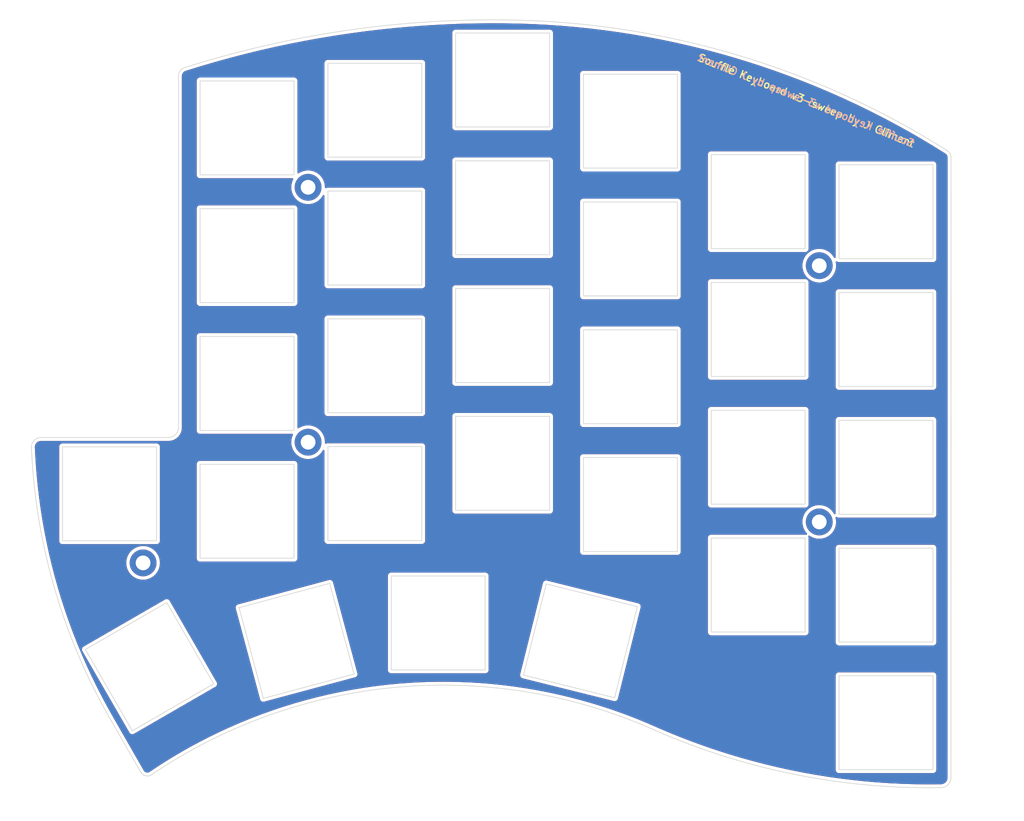
<source format=kicad_pcb>
(kicad_pcb (version 20211014) (generator pcbnew)
  (layers (0 "F.Cu" signal) (31 "B.Cu" signal) (34 "B.Paste" user) (35 "F.Paste" user) (36 "B.SilkS" user "B.Silkscreen") (37 "F.SilkS" user "F.Silkscreen") (38 "B.Mask" user) (39 "F.Mask" user) (44 "Edge.Cuts" user))
  (net 0 "")
  (net 1 "GND")
  (footprint "SofleKeyboard-footprint:M2_HOLE_PCB" (layer "F.Cu") (at 115.234 54.279389)
    (fp_text reference "TH2" hide)
    (fp_text value "HOLE")
    (pad "" thru_hole circle locked (at 0 0) (size 4 4) (drill 2.2) (layers F&B.Cu *.Mask "Dwgs.User"))
  )
  (footprint "SofleKeyboard-footprint:M2_HOLE_PCB" (layer "F.Cu") (at 90.634 110.273139)
    (fp_text reference "TH2" hide)
    (fp_text value "HOLE")
    (pad "" thru_hole circle locked (at 0 0) (size 4 4) (drill 2.2) (layers F&B.Cu *.Mask "Dwgs.User"))
  )
  (footprint "SofleKeyboard-footprint:M2_HOLE_PCB" (layer "F.Cu") (at 115.234 92.279389)
    (fp_text reference "TH2" hide)
    (fp_text value "HOLE")
    (pad "" thru_hole circle locked (at 0 0) (size 4 4) (drill 2.2) (layers F&B.Cu *.Mask "Dwgs.User"))
  )
  (footprint "SofleKeyboard-footprint:M2_HOLE_PCB" (layer "F.Cu") (at 191.434 65.966889)
    (fp_text reference "TH2" hide)
    (fp_text value "HOLE")
    (pad "" thru_hole circle locked (at 0 0) (size 4 4) (drill 2.2) (layers F&B.Cu *.Mask "Dwgs.User"))
  )
  (footprint "SofleKeyboard-footprint:M2_HOLE_PCB" (layer "F.Cu") (at 191.434 104.166889)
    (fp_text reference "TH2" hide)
    (fp_text value "HOLE")
    (pad "" thru_hole circle locked (at 0 0) (size 4 4) (drill 2.2) (layers F&B.Cu *.Mask "Dwgs.User"))
  )
  (gr_line (start 90.40507 141.641469) (end 90.283386 141.469069) (layer "Edge.Cuts") (width 0.1))
  (gr_line (start 91.506976 142.022919) (end 91.302308 142.045119) (layer "Edge.Cuts") (width 0.1))
  (gr_rect (start 194.384 89.023139) (end 208.384 103.023139) (layer "Edge.Cuts") (width 0.1) (fill none))
  (gr_poly (pts (xy 150.73252 113.407615) (xy 164.31666 116.794522) (xy 160.929754 130.378662) (xy 147.345613 126.991755)) (layer "Edge.Cuts") (width 0.1) (fill none))
  (gr_arc (start 73.995963 93.136711) (mid 74.358691 92.046687) (end 75.409257 91.581139) (layer "Edge.Cuts") (width 0.1))
  (gr_rect (start 99.134 95.573139) (end 113.134 109.573139) (layer "Edge.Cuts") (width 0.1) (fill none))
  (gr_line (start 90.283386 141.469069) (end 85.872 133.769139) (layer "Edge.Cuts") (width 0.1))
  (gr_line (start 91.709202 141.962619) (end 91.881794 141.860999) (layer "Edge.Cuts") (width 0.1))
  (gr_line (start 94.409257 91.581139) (end 75.409257 91.581139) (layer "Edge.Cuts") (width 0.1))
  (gr_line (start 118.463747 113.319925) (end 122.087214 126.842886) (layer "Edge.Cuts") (width 0.1))
  (gr_line (start 90.720149 141.899419) (end 90.552207 141.785459) (layer "Edge.Cuts") (width 0.1))
  (gr_line (start 91.302308 142.045119) (end 91.099848 142.030819) (layer "Edge.Cuts") (width 0.1))
  (gr_rect (start 137.234 69.383139) (end 151.234 83.383139) (layer "Edge.Cuts") (width 0.1) (fill none))
  (gr_line (start 101.156178 128.305317) (end 89.031822 135.305317) (layer "Edge.Cuts") (width 0.1))
  (gr_rect (start 137.234 50.333139) (end 151.234 64.333139) (layer "Edge.Cuts") (width 0.1) (fill none))
  (gr_rect (start 175.334 87.523139) (end 189.334 101.523139) (layer "Edge.Cuts") (width 0.1) (fill none))
  (gr_line (start 95.909257 90.081139) (end 95.907857 37.700709) (layer "Edge.Cuts") (width 0.1))
  (gr_rect (start 127.634 112.223139) (end 141.634 126.223139) (layer "Edge.Cuts") (width 0.1) (fill none))
  (gr_line (start 108.564253 130.466353) (end 104.940786 116.943392) (layer "Edge.Cuts") (width 0.1))
  (gr_arc (start 85.872 133.769139) (mid 77.462691 114.175233) (end 73.995963 93.136711) (layer "Edge.Cuts") (width 0.1))
  (gr_rect (start 175.334 49.423139) (end 189.334 63.423139) (layer "Edge.Cuts") (width 0.1) (fill none))
  (gr_rect (start 99.134 38.423139) (end 113.134 52.423139) (layer "Edge.Cuts") (width 0.1) (fill none))
  (gr_rect (start 118.184 54.841139) (end 132.184 68.841139) (layer "Edge.Cuts") (width 0.1) (fill none))
  (gr_line (start 122.087214 126.842886) (end 108.564253 130.466353) (layer "Edge.Cuts") (width 0.1))
  (gr_rect (start 99.134 76.523139) (end 113.134 90.523139) (layer "Edge.Cuts") (width 0.1) (fill none))
  (gr_rect (start 99.134 57.473139) (end 113.134 71.473139) (layer "Edge.Cuts") (width 0.1) (fill none))
  (gr_arc (start 210.479413 48.796999) (mid 210.913695 49.214095) (end 211.077181 49.793234) (layer "Edge.Cuts") (width 0.1))
  (gr_rect (start 194.384 50.923139) (end 208.384 64.923139) (layer "Edge.Cuts") (width 0.1) (fill none))
  (gr_rect (start 156.284 94.573139) (end 170.284 108.573139) (layer "Edge.Cuts") (width 0.1) (fill none))
  (gr_arc (start 144.3715 29.329389) (mid 178.787348 34.438496) (end 210.479413 48.796999) (layer "Edge.Cuts") (width 0.1))
  (gr_arc (start 96.840376 36.434375) (mid 120.323119 30.989871) (end 144.3715 29.329389) (layer "Edge.Cuts") (width 0.1))
  (gr_rect (start 137.234 88.433139) (end 151.234 102.433139) (layer "Edge.Cuts") (width 0.1) (fill none))
  (gr_rect (start 175.334 68.473139) (end 189.334 82.473139) (layer "Edge.Cuts") (width 0.1) (fill none))
  (gr_line (start 91.709202 141.962619) (end 91.506976 142.022919) (layer "Edge.Cuts") (width 0.1))
  (gr_line (start 91.099848 142.030819) (end 90.904246 141.981719) (layer "Edge.Cuts") (width 0.1))
  (gr_rect (start 194.384 127.09654) (end 208.384 141.09654) (layer "Edge.Cuts") (width 0.1) (fill none))
  (gr_rect (start 194.384 69.973139) (end 208.384 83.973139) (layer "Edge.Cuts") (width 0.1) (fill none))
  (gr_arc (start 91.881794 141.860999) (mid 128.621307 128.796904) (end 167.0717 135.279939) (layer "Edge.Cuts") (width 0.1))
  (gr_line (start 94.156178 116.180961) (end 101.156178 128.305317) (layer "Edge.Cuts") (width 0.1))
  (gr_rect (start 118.184 92.941139) (end 132.184 106.941139) (layer "Edge.Cuts") (width 0.1) (fill none))
  (gr_arc (start 211.0717 142.279939) (mid 210.63236 143.340599) (end 209.5717 143.779939) (layer "Edge.Cuts") (width 0.1))
  (gr_rect (start 156.284 75.523139) (end 170.284 89.523139) (layer "Edge.Cuts") (width 0.1) (fill none))
  (gr_line (start 90.904246 141.981719) (end 90.720149 141.899419) (layer "Edge.Cuts") (width 0.1))
  (gr_rect (start 118.184 73.891139) (end 132.184 87.891139) (layer "Edge.Cuts") (width 0.1) (fill none))
  (gr_rect (start 118.184 35.791139) (end 132.184 49.791139) (layer "Edge.Cuts") (width 0.1) (fill none))
  (gr_rect (start 156.284 37.423139) (end 170.284 51.423139) (layer "Edge.Cuts") (width 0.1) (fill none))
  (gr_rect (start 194.384 108.073139) (end 208.384 122.073139) (layer "Edge.Cuts") (width 0.1) (fill none))
  (gr_rect (start 78.634 92.973139) (end 92.634 106.973139) (layer "Edge.Cuts") (width 0.1) (fill none))
  (gr_line (start 89.031822 135.305317) (end 82.031822 123.180961) (layer "Edge.Cuts") (width 0.1))
  (gr_line (start 94.156178 116.180961) (end 82.031822 123.180961) (layer "Edge.Cuts") (width 0.1))
  (gr_rect (start 156.284 56.473139) (end 170.284 70.473139) (layer "Edge.Cuts") (width 0.1) (fill none))
  (gr_arc (start 95.909257 90.081139) (mid 95.469898 91.14178) (end 94.409257 91.581139) (layer "Edge.Cuts") (width 0.1))
  (gr_line (start 211.077181 49.793234) (end 211.0717 142.279939) (layer "Edge.Cuts") (width 0.1))
  (gr_arc (start 209.5717 143.779939) (mid 187.863473 141.821074) (end 167.0717 135.279939) (layer "Edge.Cuts") (width 0.1))
  (gr_line (start 90.552207 141.785459) (end 90.40507 141.641469) (layer "Edge.Cuts") (width 0.1))
  (gr_arc (start 95.907857 37.700709) (mid 96.166022 36.914164) (end 96.840376 36.434375) (layer "Edge.Cuts") (width 0.1))
  (gr_line (start 104.940786 116.943392) (end 118.463747 113.319925) (layer "Edge.Cuts") (width 0.1))
  (gr_rect (start 137.234 31.283139) (end 151.234 45.283139) (layer "Edge.Cuts") (width 0.1) (fill none))
  (gr_rect (start 175.334 106.573139) (end 189.334 120.573139) (layer "Edge.Cuts") (width 0.1) (fill none))
  (gr_text "Soufflé Keyboard v3-sweep by J Climent" (at 189.47775 41.341889 -22) (layer "B.SilkS") (effects (font (size 1.1 1.1) (thickness 0.2)) (justify mirror)))
  (gr_text "Soufflé Keyboard v3-sweep by J Climent" (at 189.47775 41.341889 -22) (layer "F.SilkS") (effects (font (size 1.1 1.1) (thickness 0.2))))
  (zone (net 1) (net_name "GND") (layers F&B.Cu) (connect_pads (clearance 0.508)) (min_thickness 0.254) (fill yes (thermal_gap 0.508) (thermal_bridge_width 0.508) (island_removal_mode 1) (island_area_min 0))
    (polygon (pts (xy 221.958 148.787139) (xy 69.304 148.787139) (xy 69.304 26.359139) (xy 221.958 26.359139)))
  )
)
</source>
